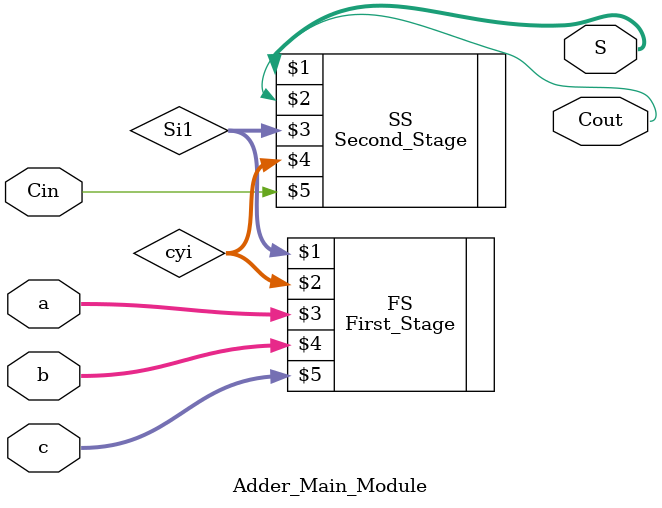
<source format=v>
`timescale 1ns / 1ps
module Adder_Main_Module(S, Cout, a, b, c, Cin);

input [63:0] a, b, c;
input Cin;

output [64:0]S;
output Cout;

wire [63:0] Si1, cyi;

First_Stage FS(Si1, cyi, a, b, c);
Second_Stage SS(S,Cout,Si1,cyi,Cin);

endmodule

</source>
